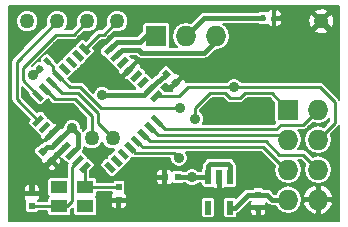
<source format=gtl>
%FSLAX46Y46*%
G04 Gerber Fmt 4.6, Leading zero omitted, Abs format (unit mm)*
G04 Created by KiCad (PCBNEW (2014-10-27 BZR 5228)-product) date 4/10/2015 6:23:41 PM*
%MOMM*%
G01*
G04 APERTURE LIST*
%ADD10C,0.100000*%
%ADD11C,1.270000*%
%ADD12R,1.727200X1.727200*%
%ADD13O,1.727200X1.727200*%
%ADD14R,1.400000X1.100000*%
%ADD15R,0.500000X0.600000*%
%ADD16R,0.600000X0.500000*%
%ADD17R,0.400000X0.600000*%
%ADD18R,0.548640X1.198880*%
%ADD19C,0.889000*%
%ADD20C,0.254000*%
%ADD21C,0.406400*%
%ADD22C,0.127000*%
G04 APERTURE END LIST*
D10*
D11*
X1778000Y-1524000D03*
D12*
X12700000Y-2794000D03*
D13*
X15240000Y-2794000D03*
X17780000Y-2794000D03*
D12*
X23876000Y-9017000D03*
D13*
X26416000Y-9017000D03*
X23876000Y-11557000D03*
X26416000Y-11557000D03*
X23876000Y-14097000D03*
X26416000Y-14097000D03*
X23876000Y-16637000D03*
X26416000Y-16637000D03*
D11*
X4318000Y-1524000D03*
X6858000Y-1524000D03*
X9398000Y-1524000D03*
X26670000Y-1524000D03*
X9017000Y-11430000D03*
X7239000Y-11430000D03*
D14*
X4488000Y-15583000D03*
X4488000Y-17183000D03*
X6688000Y-17183000D03*
X6688000Y-15583000D03*
D10*
G36*
X6463721Y-14417348D02*
X6145820Y-14099447D01*
X6852927Y-13392340D01*
X7170828Y-13710241D01*
X6463721Y-14417348D01*
X6463721Y-14417348D01*
G37*
G36*
X5897965Y-13851592D02*
X5580064Y-13533691D01*
X6287171Y-12826584D01*
X6605072Y-13144485D01*
X5897965Y-13851592D01*
X5897965Y-13851592D01*
G37*
G36*
X5332209Y-13285835D02*
X5014308Y-12967934D01*
X5721415Y-12260827D01*
X6039316Y-12578728D01*
X5332209Y-13285835D01*
X5332209Y-13285835D01*
G37*
G36*
X4766453Y-12720079D02*
X4448552Y-12402178D01*
X5155659Y-11695071D01*
X5473560Y-12012972D01*
X4766453Y-12720079D01*
X4766453Y-12720079D01*
G37*
G36*
X4200697Y-12154323D02*
X3882796Y-11836422D01*
X4589903Y-11129315D01*
X4907804Y-11447216D01*
X4200697Y-12154323D01*
X4200697Y-12154323D01*
G37*
G36*
X3634941Y-11588567D02*
X3317040Y-11270666D01*
X4024147Y-10563559D01*
X4342048Y-10881460D01*
X3634941Y-11588567D01*
X3634941Y-11588567D01*
G37*
G36*
X3069184Y-11022811D02*
X2751283Y-10704910D01*
X3458390Y-9997803D01*
X3776291Y-10315704D01*
X3069184Y-11022811D01*
X3069184Y-11022811D01*
G37*
G36*
X2503428Y-10457055D02*
X2185527Y-10139154D01*
X2892634Y-9432047D01*
X3210535Y-9749948D01*
X2503428Y-10457055D01*
X2503428Y-10457055D01*
G37*
G36*
X8563843Y-4403825D02*
X8245942Y-4085924D01*
X8953049Y-3378817D01*
X9270950Y-3696718D01*
X8563843Y-4403825D01*
X8563843Y-4403825D01*
G37*
G36*
X12533116Y-8373098D02*
X12215215Y-8055197D01*
X12922322Y-7348090D01*
X13240223Y-7665991D01*
X12533116Y-8373098D01*
X12533116Y-8373098D01*
G37*
G36*
X11958379Y-7798362D02*
X11640478Y-7480461D01*
X12347585Y-6773354D01*
X12665486Y-7091255D01*
X11958379Y-7798362D01*
X11958379Y-7798362D01*
G37*
G36*
X11383643Y-7223625D02*
X11065742Y-6905724D01*
X11772849Y-6198617D01*
X12090750Y-6516518D01*
X11383643Y-7223625D01*
X11383643Y-7223625D01*
G37*
G36*
X10826867Y-6666849D02*
X10508966Y-6348948D01*
X11216073Y-5641841D01*
X11533974Y-5959742D01*
X10826867Y-6666849D01*
X10826867Y-6666849D01*
G37*
G36*
X10252131Y-6092113D02*
X9934230Y-5774212D01*
X10641337Y-5067105D01*
X10959238Y-5385006D01*
X10252131Y-6092113D01*
X10252131Y-6092113D01*
G37*
G36*
X9695355Y-5535337D02*
X9377454Y-5217436D01*
X10084561Y-4510329D01*
X10402462Y-4828230D01*
X9695355Y-5535337D01*
X9695355Y-5535337D01*
G37*
G36*
X9120618Y-4960601D02*
X8802717Y-4642700D01*
X9509824Y-3935593D01*
X9827725Y-4253494D01*
X9120618Y-4960601D01*
X9120618Y-4960601D01*
G37*
G36*
X2885450Y-8340769D02*
X2178343Y-7633662D01*
X2496244Y-7315761D01*
X3203351Y-8022868D01*
X2885450Y-8340769D01*
X2885450Y-8340769D01*
G37*
G36*
X3449410Y-7776809D02*
X2742303Y-7069702D01*
X3060204Y-6751801D01*
X3767311Y-7458908D01*
X3449410Y-7776809D01*
X3449410Y-7776809D01*
G37*
G36*
X4016962Y-7209257D02*
X3309855Y-6502150D01*
X3627756Y-6184249D01*
X4334863Y-6891356D01*
X4016962Y-7209257D01*
X4016962Y-7209257D01*
G37*
G36*
X4580922Y-6645297D02*
X3873815Y-5938190D01*
X4191716Y-5620289D01*
X4898823Y-6327396D01*
X4580922Y-6645297D01*
X4580922Y-6645297D01*
G37*
G36*
X5148475Y-6077744D02*
X4441368Y-5370637D01*
X4759269Y-5052736D01*
X5466376Y-5759843D01*
X5148475Y-6077744D01*
X5148475Y-6077744D01*
G37*
G36*
X5712435Y-5513784D02*
X5005328Y-4806677D01*
X5323229Y-4488776D01*
X6030336Y-5195883D01*
X5712435Y-5513784D01*
X5712435Y-5513784D01*
G37*
G36*
X6279987Y-4946232D02*
X5572880Y-4239125D01*
X5890781Y-3921224D01*
X6597888Y-4628331D01*
X6279987Y-4946232D01*
X6279987Y-4946232D01*
G37*
G36*
X6843947Y-4382272D02*
X6136840Y-3675165D01*
X6454741Y-3357264D01*
X7161848Y-4064371D01*
X6843947Y-4382272D01*
X6843947Y-4382272D01*
G37*
G36*
X8971009Y-14419144D02*
X8263902Y-13712037D01*
X8581803Y-13394136D01*
X9288910Y-14101243D01*
X8971009Y-14419144D01*
X8971009Y-14419144D01*
G37*
G36*
X9527785Y-13862368D02*
X8820678Y-13155261D01*
X9138579Y-12837360D01*
X9845686Y-13544467D01*
X9527785Y-13862368D01*
X9527785Y-13862368D01*
G37*
G36*
X10102521Y-13287631D02*
X9395414Y-12580524D01*
X9713315Y-12262623D01*
X10420422Y-12969730D01*
X10102521Y-13287631D01*
X10102521Y-13287631D01*
G37*
G36*
X10659297Y-12730856D02*
X9952190Y-12023749D01*
X10270091Y-11705848D01*
X10977198Y-12412955D01*
X10659297Y-12730856D01*
X10659297Y-12730856D01*
G37*
G36*
X11216073Y-12174080D02*
X10508966Y-11466973D01*
X10826867Y-11149072D01*
X11533974Y-11856179D01*
X11216073Y-12174080D01*
X11216073Y-12174080D01*
G37*
G36*
X11790809Y-11599343D02*
X11083702Y-10892236D01*
X11401603Y-10574335D01*
X12108710Y-11281442D01*
X11790809Y-11599343D01*
X11790809Y-11599343D01*
G37*
G36*
X12365546Y-11024607D02*
X11658439Y-10317500D01*
X11976340Y-9999599D01*
X12683447Y-10706706D01*
X12365546Y-11024607D01*
X12365546Y-11024607D01*
G37*
G36*
X12940282Y-10449871D02*
X12233175Y-9742764D01*
X12551076Y-9424863D01*
X13258183Y-10131970D01*
X12940282Y-10449871D01*
X12940282Y-10449871D01*
G37*
D15*
X2159000Y-16087000D03*
X2159000Y-17187000D03*
X9525000Y-16679000D03*
X9525000Y-15579000D03*
D10*
G36*
X13192182Y-5925736D02*
X13545736Y-5572182D01*
X13970000Y-5996446D01*
X13616446Y-6350000D01*
X13192182Y-5925736D01*
X13192182Y-5925736D01*
G37*
G36*
X13970000Y-6703554D02*
X14323554Y-6350000D01*
X14747818Y-6774264D01*
X14394264Y-7127818D01*
X13970000Y-6703554D01*
X13970000Y-6703554D01*
G37*
D16*
X13420000Y-14732000D03*
X14520000Y-14732000D03*
D10*
G36*
X2651182Y-12529736D02*
X3004736Y-12176182D01*
X3429000Y-12600446D01*
X3075446Y-12954000D01*
X2651182Y-12529736D01*
X2651182Y-12529736D01*
G37*
G36*
X3429000Y-13307554D02*
X3782554Y-12954000D01*
X4206818Y-13378264D01*
X3853264Y-13731818D01*
X3429000Y-13307554D01*
X3429000Y-13307554D01*
G37*
D15*
X21336000Y-17314000D03*
X21336000Y-16214000D03*
D10*
G36*
X3422487Y-4535249D02*
X3846751Y-4959513D01*
X3563909Y-5242355D01*
X3139645Y-4818091D01*
X3422487Y-4535249D01*
X3422487Y-4535249D01*
G37*
G36*
X2786091Y-5171645D02*
X3210355Y-5595909D01*
X2927513Y-5878751D01*
X2503249Y-5454487D01*
X2786091Y-5171645D01*
X2786091Y-5171645D01*
G37*
D17*
X21775000Y-1270000D03*
X22675000Y-1270000D03*
D18*
X18983960Y-14704060D03*
X18034000Y-14704060D03*
X17084040Y-14704060D03*
X17084040Y-17299940D03*
X18983960Y-17299940D03*
D19*
X14732000Y-8890000D03*
X19304000Y-7112000D03*
X8128000Y-7747000D03*
X15748000Y-14732000D03*
X5588000Y-10541000D03*
X2286000Y-6096000D03*
X11684000Y-14732000D03*
X21590000Y-9017000D03*
X18034000Y-16129000D03*
X5461000Y-9144000D03*
X2159000Y-14605000D03*
X8509000Y-6350000D03*
X14605000Y-13081000D03*
X16002000Y-9779000D03*
D20*
X4318000Y-1524000D02*
X888998Y-4953002D01*
X888998Y-8135518D02*
X888998Y-5250578D01*
X888998Y-8135518D02*
X2698031Y-9944551D01*
X888998Y-4953002D02*
X888998Y-5250578D01*
X3683000Y-3175000D02*
X4191000Y-2667000D01*
X5715000Y-2667000D02*
X6858000Y-1524000D01*
X4191000Y-2667000D02*
X5715000Y-2667000D01*
X1397000Y-6534418D02*
X1397000Y-5461000D01*
X1397000Y-5461000D02*
X3683000Y-3175000D01*
X3683000Y-3175000D02*
X3556000Y-3302000D01*
X2690847Y-7828265D02*
X1397000Y-6534418D01*
X4386319Y-6132793D02*
X3937000Y-5683474D01*
X3937000Y-5332604D02*
X3493198Y-4888802D01*
X3937000Y-5683474D02*
X3937000Y-5332604D01*
X14732000Y-8890000D02*
X8040848Y-8890000D01*
X8040848Y-8890000D02*
X6262844Y-7111996D01*
X6262844Y-7111996D02*
X5365522Y-7111996D01*
X5365522Y-7111996D02*
X4386319Y-6132793D01*
X12170943Y-10512103D02*
X12834836Y-11175996D01*
X12834836Y-11175996D02*
X23494996Y-11175996D01*
X23494996Y-11175996D02*
X23876000Y-11557000D01*
X12745679Y-9937367D02*
X13476306Y-10667994D01*
X25146000Y-10287000D02*
X26416000Y-9017000D01*
X23241000Y-10287000D02*
X25146000Y-10287000D01*
X22860006Y-10667994D02*
X23241000Y-10287000D01*
X13476306Y-10667994D02*
X22860006Y-10667994D01*
X14618406Y-7860594D02*
X15367000Y-7112000D01*
X15367000Y-7112000D02*
X19304000Y-7112000D01*
X12727719Y-7860594D02*
X14618406Y-7860594D01*
X26543000Y-7112000D02*
X27813000Y-8382000D01*
X27813000Y-8382000D02*
X27813000Y-10160000D01*
X27813000Y-10160000D02*
X26416000Y-11557000D01*
X19304000Y-7112000D02*
X26543000Y-7112000D01*
X11021470Y-11661576D02*
X11551894Y-12192000D01*
X21760576Y-12192000D02*
X23665576Y-14097000D01*
X11551894Y-12192000D02*
X21760576Y-12192000D01*
X23665576Y-14097000D02*
X23876000Y-14097000D01*
D21*
X16764000Y-1270000D02*
X21775000Y-1270000D01*
X15240000Y-2794000D02*
X16764000Y-1270000D01*
X12152982Y-7285858D02*
X11691840Y-7747000D01*
X11691840Y-7747000D02*
X8128000Y-7747000D01*
X15748000Y-14732000D02*
X15847060Y-14831060D01*
X15775940Y-14704060D02*
X15748000Y-14732000D01*
X17084040Y-14704060D02*
X15775940Y-14704060D01*
X17084040Y-13776960D02*
X17272000Y-13589000D01*
X17272000Y-13589000D02*
X18796000Y-13589000D01*
X18796000Y-13589000D02*
X18983960Y-13776960D01*
X18983960Y-13776960D02*
X18983960Y-14704060D01*
X17084040Y-14704060D02*
X17084040Y-13776960D01*
X5496119Y-10541000D02*
X4395300Y-11641819D01*
X5588000Y-10541000D02*
X5496119Y-10541000D01*
X14520000Y-14732000D02*
X15748000Y-14732000D01*
X3845119Y-12192000D02*
X3413182Y-12192000D01*
X3413182Y-12192000D02*
X3040091Y-12565091D01*
X4395300Y-11641819D02*
X3845119Y-12192000D01*
X12938182Y-6604000D02*
X12834840Y-6604000D01*
X12834840Y-6604000D02*
X12152982Y-7285858D01*
X13581091Y-5961091D02*
X12938182Y-6604000D01*
X6096000Y-12204143D02*
X6096000Y-11049000D01*
X6096000Y-11049000D02*
X5588000Y-10541000D01*
X5526812Y-12773331D02*
X6096000Y-12204143D01*
X2856802Y-5525198D02*
X2286000Y-6096000D01*
X11684000Y-14732000D02*
X11684000Y-15621000D01*
X13420000Y-14732000D02*
X11684000Y-14732000D01*
X10626000Y-16679000D02*
X9525000Y-16679000D01*
X11684000Y-15621000D02*
X10626000Y-16679000D01*
X18034000Y-14704060D02*
X18034000Y-16129000D01*
X3825722Y-13342909D02*
X3817909Y-13342909D01*
X4961056Y-12207575D02*
X3825722Y-13342909D01*
X4572000Y-10333607D02*
X4572000Y-10033000D01*
X4572000Y-10033000D02*
X5461000Y-9144000D01*
X3829544Y-11076063D02*
X4572000Y-10333607D01*
X2555818Y-14605000D02*
X2159000Y-14605000D01*
X2159000Y-14605000D02*
X2159000Y-16087000D01*
X3817909Y-13342909D02*
X2555818Y-14605000D01*
X9676343Y-6350000D02*
X8509000Y-6350000D01*
X10446734Y-5579609D02*
X9676343Y-6350000D01*
D20*
X4745604Y-7619998D02*
X6052422Y-7619998D01*
X6052422Y-7619998D02*
X7747002Y-9314578D01*
X7747002Y-9314578D02*
X7747002Y-10160002D01*
X7747002Y-10160002D02*
X9017000Y-11430000D01*
X3822359Y-6696753D02*
X4745604Y-7619998D01*
X4118502Y-8128000D02*
X5842000Y-8128000D01*
X5842000Y-8128000D02*
X7239000Y-9525000D01*
X7239000Y-9525000D02*
X7239000Y-11430000D01*
X3254807Y-7264305D02*
X4118502Y-8128000D01*
D21*
X18983960Y-17299940D02*
X19403060Y-17299940D01*
X20489000Y-16214000D02*
X21336000Y-16214000D01*
X19403060Y-17299940D02*
X20489000Y-16214000D01*
X21336000Y-16214000D02*
X22056000Y-16214000D01*
X22479000Y-16637000D02*
X23876000Y-16637000D01*
X22056000Y-16214000D02*
X22479000Y-16637000D01*
X17780000Y-3175000D02*
X17780000Y-2794000D01*
X9800916Y-3962402D02*
X11201402Y-3962402D01*
X11201402Y-3962402D02*
X11430000Y-4191000D01*
X11430000Y-4191000D02*
X16764000Y-4191000D01*
X16764000Y-4191000D02*
X17780000Y-3175000D01*
X9315221Y-4448097D02*
X9800916Y-3962402D01*
X9347767Y-3302000D02*
X11303000Y-3302000D01*
X11303000Y-3302000D02*
X11811000Y-2794000D01*
X11811000Y-2794000D02*
X12700000Y-2794000D01*
X8758446Y-3891321D02*
X9347767Y-3302000D01*
D20*
X6649344Y-3869768D02*
X7852112Y-2667000D01*
X8255000Y-2667000D02*
X9398000Y-1524000D01*
X7852112Y-2667000D02*
X8255000Y-2667000D01*
X11596206Y-11086839D02*
X12193365Y-11683998D01*
X25146000Y-12827000D02*
X26416000Y-14097000D01*
X23114000Y-12827000D02*
X25146000Y-12827000D01*
X21970998Y-11683998D02*
X23114000Y-12827000D01*
X12193365Y-11683998D02*
X21970998Y-11683998D01*
X5588000Y-13843656D02*
X6092568Y-13339088D01*
X5588000Y-16764000D02*
X5588000Y-13843656D01*
X5169000Y-17183000D02*
X5588000Y-16764000D01*
X4488000Y-17183000D02*
X5169000Y-17183000D01*
X2163000Y-17183000D02*
X2159000Y-17187000D01*
X4488000Y-17183000D02*
X2163000Y-17183000D01*
X6658324Y-15553324D02*
X6658324Y-13904844D01*
X6688000Y-15583000D02*
X6658324Y-15553324D01*
X9521000Y-15583000D02*
X9525000Y-15579000D01*
X6688000Y-15583000D02*
X9521000Y-15583000D01*
X18542000Y-7620002D02*
X17271998Y-7620002D01*
X22479002Y-7620002D02*
X20192998Y-7620002D01*
X20192998Y-7620002D02*
X19812000Y-8001000D01*
X19812000Y-8001000D02*
X18922998Y-8001000D01*
X18922998Y-8001000D02*
X18542000Y-7620002D01*
X23876000Y-9017000D02*
X22479002Y-7620002D01*
X10946344Y-12700002D02*
X10464694Y-12218352D01*
X14224002Y-12700002D02*
X10946344Y-12700002D01*
X14605000Y-13081000D02*
X14224002Y-12700002D01*
X16002000Y-8890000D02*
X16002000Y-9779000D01*
X17271998Y-7620002D02*
X16002000Y-8890000D01*
D22*
G36*
X22791084Y-10108297D02*
X22675887Y-10223494D01*
X16635301Y-10223494D01*
X16647615Y-10211202D01*
X16763867Y-9931236D01*
X16764132Y-9628094D01*
X16648368Y-9347926D01*
X16446500Y-9145704D01*
X16446500Y-9074118D01*
X17456116Y-8064502D01*
X18357882Y-8064502D01*
X18608689Y-8315309D01*
X18752895Y-8411664D01*
X18752896Y-8411665D01*
X18922998Y-8445500D01*
X19812000Y-8445500D01*
X19982102Y-8411664D01*
X19982103Y-8411664D01*
X20126309Y-8315309D01*
X20377116Y-8064502D01*
X22294884Y-8064502D01*
X22694900Y-8464518D01*
X22694900Y-9943755D01*
X22743237Y-10060450D01*
X22791084Y-10108297D01*
X22791084Y-10108297D01*
G37*
X22791084Y-10108297D02*
X22675887Y-10223494D01*
X16635301Y-10223494D01*
X16647615Y-10211202D01*
X16763867Y-9931236D01*
X16764132Y-9628094D01*
X16648368Y-9347926D01*
X16446500Y-9145704D01*
X16446500Y-9074118D01*
X17456116Y-8064502D01*
X18357882Y-8064502D01*
X18608689Y-8315309D01*
X18752895Y-8411664D01*
X18752896Y-8411665D01*
X18922998Y-8445500D01*
X19812000Y-8445500D01*
X19982102Y-8411664D01*
X19982103Y-8411664D01*
X20126309Y-8315309D01*
X20377116Y-8064502D01*
X22294884Y-8064502D01*
X22694900Y-8464518D01*
X22694900Y-9943755D01*
X22743237Y-10060450D01*
X22791084Y-10108297D01*
G36*
X28207500Y-18428500D02*
X27678764Y-18428500D01*
X27678764Y-16978444D01*
X27678764Y-16295556D01*
X27451977Y-15838308D01*
X27067472Y-15502654D01*
X26757442Y-15374248D01*
X26555700Y-15448205D01*
X26555700Y-16497300D01*
X27605506Y-16497300D01*
X27678764Y-16295556D01*
X27678764Y-16978444D01*
X27605506Y-16776700D01*
X26555700Y-16776700D01*
X26555700Y-17825795D01*
X26757442Y-17899752D01*
X27067472Y-17771346D01*
X27451977Y-17435692D01*
X27678764Y-16978444D01*
X27678764Y-18428500D01*
X26276300Y-18428500D01*
X26276300Y-17825795D01*
X26276300Y-16776700D01*
X26276300Y-16497300D01*
X26276300Y-15448205D01*
X26074558Y-15374248D01*
X25764528Y-15502654D01*
X25380023Y-15838308D01*
X25153236Y-16295556D01*
X25226494Y-16497300D01*
X26276300Y-16497300D01*
X26276300Y-16776700D01*
X25226494Y-16776700D01*
X25153236Y-16978444D01*
X25380023Y-17435692D01*
X25764528Y-17771346D01*
X26074558Y-17899752D01*
X26276300Y-17825795D01*
X26276300Y-18428500D01*
X25057100Y-18428500D01*
X25057100Y-16660139D01*
X25057100Y-16613861D01*
X24967194Y-16161874D01*
X24711164Y-15778697D01*
X24327987Y-15522667D01*
X23876000Y-15432761D01*
X23424013Y-15522667D01*
X23040836Y-15778697D01*
X22815257Y-16116300D01*
X22694681Y-16116300D01*
X22424191Y-15845809D01*
X22255263Y-15732936D01*
X22056000Y-15693299D01*
X22055994Y-15693300D01*
X21814313Y-15693300D01*
X21765849Y-15644836D01*
X21649154Y-15596500D01*
X21522845Y-15596500D01*
X21022845Y-15596500D01*
X20906150Y-15644837D01*
X20857687Y-15693300D01*
X20489005Y-15693300D01*
X20489000Y-15693299D01*
X20289737Y-15732936D01*
X20120809Y-15845809D01*
X20120806Y-15845812D01*
X19575780Y-16390837D01*
X19575780Y-15366654D01*
X19575780Y-15240345D01*
X19575780Y-14041465D01*
X19527443Y-13924770D01*
X19504660Y-13901987D01*
X19504660Y-13776965D01*
X19504660Y-13776960D01*
X19504661Y-13776960D01*
X19465024Y-13577697D01*
X19352151Y-13408770D01*
X19352151Y-13408769D01*
X19352147Y-13408766D01*
X19164191Y-13220809D01*
X18995263Y-13107936D01*
X18796000Y-13068299D01*
X18795994Y-13068300D01*
X17272005Y-13068300D01*
X17272000Y-13068299D01*
X17072737Y-13107936D01*
X16903809Y-13220809D01*
X16903806Y-13220812D01*
X16715849Y-13408769D01*
X16602976Y-13577697D01*
X16563339Y-13776960D01*
X16563340Y-13776965D01*
X16563340Y-13901987D01*
X16540556Y-13924771D01*
X16492220Y-14041466D01*
X16492220Y-14167775D01*
X16492220Y-14183360D01*
X16277007Y-14183360D01*
X16180202Y-14086385D01*
X15900236Y-13970133D01*
X15597094Y-13969868D01*
X15316926Y-14085632D01*
X15191037Y-14211300D01*
X14996140Y-14211300D01*
X14883154Y-14164500D01*
X14756845Y-14164500D01*
X14156845Y-14164500D01*
X14067942Y-14201324D01*
X13971789Y-14105171D01*
X13808416Y-14037500D01*
X13670825Y-14037500D01*
X13559700Y-14148625D01*
X13559700Y-14607000D01*
X13579700Y-14607000D01*
X13579700Y-14857000D01*
X13559700Y-14857000D01*
X13559700Y-15315375D01*
X13670825Y-15426500D01*
X13808416Y-15426500D01*
X13971789Y-15358829D01*
X14067942Y-15262675D01*
X14156846Y-15299500D01*
X14283155Y-15299500D01*
X14883155Y-15299500D01*
X14996139Y-15252700D01*
X15191101Y-15252700D01*
X15315798Y-15377615D01*
X15595764Y-15493867D01*
X15898906Y-15494132D01*
X16179074Y-15378368D01*
X16332950Y-15224760D01*
X16492220Y-15224760D01*
X16492220Y-15366655D01*
X16540557Y-15483350D01*
X16629871Y-15572664D01*
X16746566Y-15621000D01*
X16872875Y-15621000D01*
X17421515Y-15621000D01*
X17440640Y-15613078D01*
X17507891Y-15680329D01*
X17671264Y-15748000D01*
X17785715Y-15748000D01*
X17896840Y-15636875D01*
X17896840Y-14843760D01*
X17874300Y-14843760D01*
X17874300Y-14564360D01*
X17896840Y-14564360D01*
X17896840Y-14544360D01*
X18171160Y-14544360D01*
X18171160Y-14564360D01*
X18193700Y-14564360D01*
X18193700Y-14843760D01*
X18171160Y-14843760D01*
X18171160Y-15636875D01*
X18282285Y-15748000D01*
X18396736Y-15748000D01*
X18560109Y-15680329D01*
X18627360Y-15613077D01*
X18646486Y-15621000D01*
X18772795Y-15621000D01*
X19321435Y-15621000D01*
X19438130Y-15572663D01*
X19527444Y-15483349D01*
X19575780Y-15366654D01*
X19575780Y-16390837D01*
X19486705Y-16479912D01*
X19438129Y-16431336D01*
X19321434Y-16383000D01*
X19195125Y-16383000D01*
X18646485Y-16383000D01*
X18529790Y-16431337D01*
X18440476Y-16520651D01*
X18392140Y-16637346D01*
X18392140Y-16763655D01*
X18392140Y-17962535D01*
X18440477Y-18079230D01*
X18529791Y-18168544D01*
X18646486Y-18216880D01*
X18772795Y-18216880D01*
X19321435Y-18216880D01*
X19438130Y-18168543D01*
X19527444Y-18079229D01*
X19575780Y-17962534D01*
X19575780Y-17836225D01*
X19575780Y-17786283D01*
X19602323Y-17781004D01*
X19771251Y-17668131D01*
X20704681Y-16734700D01*
X20736682Y-16734700D01*
X20709171Y-16762211D01*
X20641500Y-16925584D01*
X20641500Y-17063175D01*
X20752625Y-17174300D01*
X21211000Y-17174300D01*
X21211000Y-17154300D01*
X21461000Y-17154300D01*
X21461000Y-17174300D01*
X21919375Y-17174300D01*
X22030500Y-17063175D01*
X22030500Y-16925584D01*
X22030003Y-16924384D01*
X22110806Y-17005187D01*
X22110809Y-17005191D01*
X22212073Y-17072853D01*
X22279736Y-17118064D01*
X22279737Y-17118064D01*
X22479000Y-17157700D01*
X22815257Y-17157700D01*
X23040836Y-17495303D01*
X23424013Y-17751333D01*
X23876000Y-17841239D01*
X24327987Y-17751333D01*
X24711164Y-17495303D01*
X24967194Y-17112126D01*
X25057100Y-16660139D01*
X25057100Y-18428500D01*
X22030500Y-18428500D01*
X22030500Y-17702416D01*
X22030500Y-17564825D01*
X21919375Y-17453700D01*
X21461000Y-17453700D01*
X21461000Y-17947375D01*
X21572125Y-18058500D01*
X21674417Y-18058500D01*
X21837789Y-17990829D01*
X21962829Y-17865789D01*
X22030500Y-17702416D01*
X22030500Y-18428500D01*
X21211000Y-18428500D01*
X21211000Y-17947375D01*
X21211000Y-17453700D01*
X20752625Y-17453700D01*
X20641500Y-17564825D01*
X20641500Y-17702416D01*
X20709171Y-17865789D01*
X20834211Y-17990829D01*
X20997583Y-18058500D01*
X21099875Y-18058500D01*
X21211000Y-17947375D01*
X21211000Y-18428500D01*
X17675860Y-18428500D01*
X17675860Y-17962534D01*
X17675860Y-17836225D01*
X17675860Y-16637345D01*
X17627523Y-16520650D01*
X17538209Y-16431336D01*
X17421514Y-16383000D01*
X17295205Y-16383000D01*
X16746565Y-16383000D01*
X16629870Y-16431337D01*
X16540556Y-16520651D01*
X16492220Y-16637346D01*
X16492220Y-16763655D01*
X16492220Y-17962535D01*
X16540557Y-18079230D01*
X16629871Y-18168544D01*
X16746566Y-18216880D01*
X16872875Y-18216880D01*
X17421515Y-18216880D01*
X17538210Y-18168543D01*
X17627524Y-18079229D01*
X17675860Y-17962534D01*
X17675860Y-18428500D01*
X13280300Y-18428500D01*
X13280300Y-15315375D01*
X13280300Y-14857000D01*
X13280300Y-14607000D01*
X13280300Y-14148625D01*
X13169175Y-14037500D01*
X13031584Y-14037500D01*
X12868211Y-14105171D01*
X12743171Y-14230211D01*
X12675500Y-14393583D01*
X12675500Y-14495875D01*
X12786625Y-14607000D01*
X13280300Y-14607000D01*
X13280300Y-14857000D01*
X12786625Y-14857000D01*
X12675500Y-14968125D01*
X12675500Y-15070417D01*
X12743171Y-15233789D01*
X12868211Y-15358829D01*
X13031584Y-15426500D01*
X13169175Y-15426500D01*
X13280300Y-15315375D01*
X13280300Y-18428500D01*
X10219500Y-18428500D01*
X10219500Y-17067416D01*
X10219500Y-16929825D01*
X10108375Y-16818700D01*
X9650000Y-16818700D01*
X9650000Y-17312375D01*
X9761125Y-17423500D01*
X9863417Y-17423500D01*
X10026789Y-17355829D01*
X10151829Y-17230789D01*
X10219500Y-17067416D01*
X10219500Y-18428500D01*
X9400000Y-18428500D01*
X9400000Y-17312375D01*
X9400000Y-16818700D01*
X8941625Y-16818700D01*
X8830500Y-16929825D01*
X8830500Y-17067416D01*
X8898171Y-17230789D01*
X9023211Y-17355829D01*
X9186583Y-17423500D01*
X9288875Y-17423500D01*
X9400000Y-17312375D01*
X9400000Y-18428500D01*
X240500Y-18428500D01*
X240500Y-240500D01*
X13462000Y-240500D01*
X28207500Y-240500D01*
X28207500Y-8187705D01*
X28127309Y-8067691D01*
X27764194Y-7704576D01*
X27764194Y-1643023D01*
X27726451Y-1215233D01*
X27635356Y-995307D01*
X27461474Y-930092D01*
X27263908Y-1127658D01*
X27263908Y-732526D01*
X27198693Y-558644D01*
X26789023Y-429806D01*
X26361233Y-467549D01*
X26141307Y-558644D01*
X26076092Y-732526D01*
X26670000Y-1326434D01*
X27263908Y-732526D01*
X27263908Y-1127658D01*
X26867566Y-1524000D01*
X27461474Y-2117908D01*
X27635356Y-2052693D01*
X27764194Y-1643023D01*
X27764194Y-7704576D01*
X27263908Y-7204290D01*
X27263908Y-2315474D01*
X26670000Y-1721566D01*
X26472434Y-1919132D01*
X26472434Y-1524000D01*
X25878526Y-930092D01*
X25704644Y-995307D01*
X25575806Y-1404977D01*
X25613549Y-1832767D01*
X25704644Y-2052693D01*
X25878526Y-2117908D01*
X26472434Y-1524000D01*
X26472434Y-1919132D01*
X26076092Y-2315474D01*
X26141307Y-2489356D01*
X26550977Y-2618194D01*
X26978767Y-2580451D01*
X27198693Y-2489356D01*
X27263908Y-2315474D01*
X27263908Y-7204290D01*
X26857309Y-6797691D01*
X26713103Y-6701336D01*
X26543000Y-6667500D01*
X23319500Y-6667500D01*
X23319500Y-1658417D01*
X23319500Y-1520825D01*
X23319500Y-1019175D01*
X23319500Y-881583D01*
X23251829Y-718211D01*
X23126789Y-593171D01*
X22963416Y-525500D01*
X22886125Y-525500D01*
X22775000Y-636625D01*
X22775000Y-1130300D01*
X23208375Y-1130300D01*
X23319500Y-1019175D01*
X23319500Y-1520825D01*
X23208375Y-1409700D01*
X22775000Y-1409700D01*
X22775000Y-1903375D01*
X22886125Y-2014500D01*
X22963416Y-2014500D01*
X23126789Y-1946829D01*
X23251829Y-1821789D01*
X23319500Y-1658417D01*
X23319500Y-6667500D01*
X22575000Y-6667500D01*
X22575000Y-1903375D01*
X22575000Y-1409700D01*
X22515300Y-1409700D01*
X22515300Y-1130300D01*
X22575000Y-1130300D01*
X22575000Y-636625D01*
X22463875Y-525500D01*
X22386584Y-525500D01*
X22223211Y-593171D01*
X22127057Y-689324D01*
X22038154Y-652500D01*
X21911845Y-652500D01*
X21511845Y-652500D01*
X21395150Y-700837D01*
X21346687Y-749300D01*
X16764000Y-749300D01*
X16564736Y-788936D01*
X16497073Y-834146D01*
X16395809Y-901809D01*
X16395806Y-901812D01*
X15614773Y-1682844D01*
X15263139Y-1612900D01*
X15216861Y-1612900D01*
X14764874Y-1702806D01*
X14381697Y-1958836D01*
X14125667Y-2342013D01*
X14035761Y-2794000D01*
X14125667Y-3245987D01*
X14381697Y-3629164D01*
X14443261Y-3670300D01*
X13881100Y-3670300D01*
X13881100Y-3594445D01*
X13881100Y-1867245D01*
X13832763Y-1750550D01*
X13743449Y-1661236D01*
X13626754Y-1612900D01*
X13500445Y-1612900D01*
X11773245Y-1612900D01*
X11656550Y-1661237D01*
X11567236Y-1750551D01*
X11518900Y-1867246D01*
X11518900Y-1993555D01*
X11518900Y-2374967D01*
X11442809Y-2425809D01*
X11442806Y-2425812D01*
X11087318Y-2781300D01*
X9347772Y-2781300D01*
X9347767Y-2781299D01*
X9148504Y-2820936D01*
X8979576Y-2933809D01*
X8979573Y-2933812D01*
X8825321Y-3088063D01*
X8773199Y-3109654D01*
X8683885Y-3198968D01*
X7976778Y-3906075D01*
X7928442Y-4022770D01*
X7928442Y-4149079D01*
X7976779Y-4265774D01*
X8066093Y-4355088D01*
X8383994Y-4672989D01*
X8489747Y-4716793D01*
X8533554Y-4822550D01*
X8622868Y-4911864D01*
X8940769Y-5229765D01*
X9057464Y-5278101D01*
X9059954Y-5278101D01*
X9059954Y-5280591D01*
X9108291Y-5397286D01*
X9197605Y-5486600D01*
X9489730Y-5778725D01*
X9489730Y-5862628D01*
X9557401Y-6026001D01*
X9620819Y-6089419D01*
X9777974Y-6089419D01*
X10268476Y-5598917D01*
X10235026Y-5565467D01*
X10432592Y-5367901D01*
X10466042Y-5401351D01*
X10956544Y-4910849D01*
X10956544Y-4753694D01*
X10893126Y-4690276D01*
X10729753Y-4622605D01*
X10645850Y-4622605D01*
X10582311Y-4559066D01*
X10506347Y-4483102D01*
X10985720Y-4483102D01*
X11061806Y-4559187D01*
X11061809Y-4559191D01*
X11163073Y-4626853D01*
X11230736Y-4672064D01*
X11230737Y-4672064D01*
X11430000Y-4711700D01*
X16763994Y-4711700D01*
X16764000Y-4711701D01*
X16764000Y-4711700D01*
X16963263Y-4672064D01*
X17132191Y-4559191D01*
X17723014Y-3968367D01*
X17756861Y-3975100D01*
X17803139Y-3975100D01*
X18255126Y-3885194D01*
X18638303Y-3629164D01*
X18894333Y-3245987D01*
X18984239Y-2794000D01*
X18894333Y-2342013D01*
X18638303Y-1958836D01*
X18386669Y-1790700D01*
X21346687Y-1790700D01*
X21395151Y-1839164D01*
X21511846Y-1887500D01*
X21638155Y-1887500D01*
X22038155Y-1887500D01*
X22127057Y-1850675D01*
X22223211Y-1946829D01*
X22386584Y-2014500D01*
X22463875Y-2014500D01*
X22575000Y-1903375D01*
X22575000Y-6667500D01*
X19936965Y-6667500D01*
X19736202Y-6466385D01*
X19456236Y-6350133D01*
X19153094Y-6349868D01*
X18872926Y-6465632D01*
X18670704Y-6667500D01*
X15367000Y-6667500D01*
X15196897Y-6701336D01*
X15192318Y-6704395D01*
X15192318Y-6685848D01*
X15124646Y-6522475D01*
X15027355Y-6425183D01*
X14870200Y-6425183D01*
X14546080Y-6749303D01*
X14560222Y-6763445D01*
X14383445Y-6940222D01*
X14369303Y-6926080D01*
X14045183Y-7250200D01*
X14045183Y-7407355D01*
X14053922Y-7416094D01*
X13439339Y-7416094D01*
X13420072Y-7396827D01*
X13113143Y-7089898D01*
X13137445Y-7085064D01*
X13306373Y-6972191D01*
X13525500Y-6753063D01*
X13525500Y-6791970D01*
X13593172Y-6955343D01*
X13690463Y-7052635D01*
X13847618Y-7052635D01*
X14171738Y-6728515D01*
X14157595Y-6714372D01*
X14334372Y-6537595D01*
X14348515Y-6551738D01*
X14672635Y-6227618D01*
X14672635Y-6070463D01*
X14575343Y-5973172D01*
X14411970Y-5905500D01*
X14275988Y-5905500D01*
X14239163Y-5816597D01*
X14149849Y-5727283D01*
X13725585Y-5303019D01*
X13608889Y-5254682D01*
X13482580Y-5254682D01*
X13365886Y-5303019D01*
X13276572Y-5392333D01*
X12923019Y-5745887D01*
X12874682Y-5862582D01*
X12874682Y-5931118D01*
X12694606Y-6111194D01*
X12694605Y-6111194D01*
X12635577Y-6122936D01*
X12466649Y-6235809D01*
X12466646Y-6235812D01*
X12361634Y-6340824D01*
X12359913Y-6336668D01*
X12270599Y-6247354D01*
X11952698Y-5929453D01*
X11846943Y-5885648D01*
X11803137Y-5779892D01*
X11713823Y-5690578D01*
X11403738Y-5380493D01*
X11403738Y-5296590D01*
X11336067Y-5133217D01*
X11272649Y-5069799D01*
X11272648Y-5069799D01*
X11115494Y-5069799D01*
X10624992Y-5560301D01*
X10658442Y-5593751D01*
X10460876Y-5791317D01*
X10427426Y-5757867D01*
X9936924Y-6248369D01*
X9936924Y-6405523D01*
X9936924Y-6405524D01*
X10000342Y-6468942D01*
X10163715Y-6536613D01*
X10247618Y-6536613D01*
X10329117Y-6618112D01*
X10647018Y-6936013D01*
X10752772Y-6979817D01*
X10796579Y-7085574D01*
X10885893Y-7174888D01*
X10937305Y-7226300D01*
X8684898Y-7226300D01*
X8560202Y-7101385D01*
X8280236Y-6985133D01*
X7977094Y-6984868D01*
X7696926Y-7100632D01*
X7482385Y-7314798D01*
X7368508Y-7589042D01*
X6577153Y-6797687D01*
X6432947Y-6701332D01*
X6262844Y-6667496D01*
X5549640Y-6667496D01*
X5258127Y-6375983D01*
X5328325Y-6346907D01*
X5417639Y-6257593D01*
X5735540Y-5939692D01*
X5781448Y-5828857D01*
X5892285Y-5782947D01*
X5981599Y-5693633D01*
X6299500Y-5375732D01*
X6346460Y-5262357D01*
X6459837Y-5215395D01*
X6549151Y-5126081D01*
X6867052Y-4808180D01*
X6912960Y-4697345D01*
X7023797Y-4651435D01*
X7113111Y-4562121D01*
X7431012Y-4244220D01*
X7479348Y-4127525D01*
X7479348Y-4001216D01*
X7431011Y-3884521D01*
X7347110Y-3800620D01*
X8036230Y-3111500D01*
X8255000Y-3111500D01*
X8425102Y-3077664D01*
X8425103Y-3077664D01*
X8569309Y-2981309D01*
X9113429Y-2437188D01*
X9207705Y-2476335D01*
X9586633Y-2476665D01*
X9936843Y-2331961D01*
X10205020Y-2064253D01*
X10350335Y-1714295D01*
X10350665Y-1335367D01*
X10205961Y-985157D01*
X9938253Y-716980D01*
X9588295Y-571665D01*
X9209367Y-571335D01*
X8859157Y-716039D01*
X8590980Y-983747D01*
X8445665Y-1333705D01*
X8445335Y-1712633D01*
X8484927Y-1808454D01*
X8070882Y-2222500D01*
X7852112Y-2222500D01*
X7682009Y-2256336D01*
X7537803Y-2352691D01*
X6718492Y-3172002D01*
X6634590Y-3088100D01*
X6517895Y-3039764D01*
X6391586Y-3039764D01*
X6274891Y-3088101D01*
X6185577Y-3177415D01*
X5867676Y-3495316D01*
X5821767Y-3606150D01*
X5710931Y-3652061D01*
X5621617Y-3741375D01*
X5303716Y-4059276D01*
X5256755Y-4172650D01*
X5143379Y-4219613D01*
X5054065Y-4308927D01*
X4736164Y-4626828D01*
X4690255Y-4737662D01*
X4579419Y-4783573D01*
X4490105Y-4872887D01*
X4288714Y-5074277D01*
X4251309Y-5018295D01*
X4164252Y-4931238D01*
X4164252Y-4896357D01*
X4115914Y-4779663D01*
X4026600Y-4690349D01*
X3602336Y-4266085D01*
X3485641Y-4217748D01*
X3359332Y-4217748D01*
X3242638Y-4266086D01*
X3153324Y-4355400D01*
X2870481Y-4638242D01*
X2822144Y-4754937D01*
X2822144Y-4854144D01*
X2722936Y-4854144D01*
X2606242Y-4902482D01*
X2516928Y-4991796D01*
X2234085Y-5274638D01*
X2209524Y-5333933D01*
X2152734Y-5333883D01*
X3870309Y-3616309D01*
X3997309Y-3489309D01*
X4375118Y-3111500D01*
X5715000Y-3111500D01*
X5885102Y-3077664D01*
X5885103Y-3077664D01*
X6029309Y-2981309D01*
X6573429Y-2437188D01*
X6667705Y-2476335D01*
X7046633Y-2476665D01*
X7396843Y-2331961D01*
X7665020Y-2064253D01*
X7810335Y-1714295D01*
X7810665Y-1335367D01*
X7665961Y-985157D01*
X7398253Y-716980D01*
X7048295Y-571665D01*
X6669367Y-571335D01*
X6319157Y-716039D01*
X6050980Y-983747D01*
X5905665Y-1333705D01*
X5905335Y-1712633D01*
X5944927Y-1808454D01*
X5530882Y-2222500D01*
X4966495Y-2222500D01*
X5125020Y-2064253D01*
X5270335Y-1714295D01*
X5270665Y-1335367D01*
X5125961Y-985157D01*
X4858253Y-716980D01*
X4508295Y-571665D01*
X4129367Y-571335D01*
X3779157Y-716039D01*
X3510980Y-983747D01*
X3365665Y-1333705D01*
X3365335Y-1712633D01*
X3404927Y-1808454D01*
X2730665Y-2482716D01*
X2730665Y-1335367D01*
X2585961Y-985157D01*
X2318253Y-716980D01*
X1968295Y-571665D01*
X1589367Y-571335D01*
X1239157Y-716039D01*
X970980Y-983747D01*
X825665Y-1333705D01*
X825335Y-1712633D01*
X970039Y-2062843D01*
X1237747Y-2331020D01*
X1587705Y-2476335D01*
X1966633Y-2476665D01*
X2316843Y-2331961D01*
X2585020Y-2064253D01*
X2730335Y-1714295D01*
X2730665Y-1335367D01*
X2730665Y-2482716D01*
X574689Y-4638693D01*
X478334Y-4782899D01*
X444498Y-4953002D01*
X444498Y-5250578D01*
X444498Y-8135518D01*
X478334Y-8305621D01*
X574689Y-8449827D01*
X2000265Y-9875403D01*
X1916363Y-9959305D01*
X1868027Y-10076000D01*
X1868027Y-10202309D01*
X1916364Y-10319004D01*
X2005678Y-10408318D01*
X2323579Y-10726219D01*
X2435683Y-10772653D01*
X2482120Y-10884760D01*
X2571434Y-10974074D01*
X2872540Y-11275180D01*
X2872540Y-11359082D01*
X2940211Y-11522455D01*
X3003629Y-11585873D01*
X3160784Y-11585873D01*
X3651286Y-11095371D01*
X3617836Y-11061921D01*
X3815402Y-10864355D01*
X3848852Y-10897805D01*
X4339354Y-10407303D01*
X4339354Y-10250148D01*
X4275936Y-10186730D01*
X4112563Y-10119059D01*
X4028659Y-10119059D01*
X3956140Y-10046540D01*
X3638239Y-9728639D01*
X3526134Y-9682204D01*
X3479698Y-9570098D01*
X3390384Y-9480784D01*
X3072483Y-9162883D01*
X2955788Y-9114547D01*
X2829479Y-9114547D01*
X2712784Y-9162884D01*
X2628883Y-9246785D01*
X1333498Y-7951400D01*
X1333498Y-7099534D01*
X1860843Y-7626879D01*
X1860843Y-7696817D01*
X1909180Y-7813512D01*
X1998494Y-7902826D01*
X2705601Y-8609933D01*
X2822296Y-8658269D01*
X2948605Y-8658269D01*
X3065300Y-8609932D01*
X3154614Y-8520618D01*
X3472515Y-8202717D01*
X3499486Y-8137602D01*
X3804193Y-8442309D01*
X3948399Y-8538664D01*
X3948400Y-8538664D01*
X4118502Y-8572500D01*
X5657882Y-8572500D01*
X6794500Y-9709118D01*
X6794500Y-10583057D01*
X6700157Y-10622039D01*
X6535049Y-10786857D01*
X6464191Y-10680809D01*
X6464187Y-10680806D01*
X6349977Y-10566596D01*
X6350132Y-10390094D01*
X6234368Y-10109926D01*
X6020202Y-9895385D01*
X5740236Y-9779133D01*
X5437094Y-9778868D01*
X5156926Y-9894632D01*
X4942385Y-10108798D01*
X4826133Y-10388764D01*
X4826057Y-10474679D01*
X4694971Y-10605765D01*
X4655459Y-10566253D01*
X4655458Y-10566253D01*
X4498304Y-10566253D01*
X4007802Y-11056755D01*
X4041252Y-11090205D01*
X3843686Y-11287771D01*
X3810236Y-11254321D01*
X3388309Y-11676247D01*
X3213918Y-11710936D01*
X3146255Y-11756146D01*
X3044991Y-11823809D01*
X3044988Y-11823812D01*
X3010118Y-11858682D01*
X2941580Y-11858682D01*
X2824886Y-11907019D01*
X2735572Y-11996333D01*
X2382019Y-12349887D01*
X2333682Y-12466582D01*
X2333682Y-12592891D01*
X2382019Y-12709585D01*
X2471333Y-12798899D01*
X2895597Y-13223163D01*
X2984500Y-13259987D01*
X2984500Y-13395970D01*
X3052172Y-13559343D01*
X3149463Y-13656635D01*
X3306618Y-13656635D01*
X3630738Y-13332515D01*
X3616595Y-13318372D01*
X3793372Y-13141595D01*
X3807515Y-13155738D01*
X4131635Y-12831618D01*
X4131635Y-12713878D01*
X4135141Y-12717385D01*
X4292296Y-12717385D01*
X4782798Y-12226883D01*
X4749348Y-12193432D01*
X4946914Y-11995867D01*
X4980364Y-12029317D01*
X4994506Y-12015175D01*
X5153456Y-12174125D01*
X5139314Y-12188267D01*
X5172764Y-12221717D01*
X4975198Y-12419283D01*
X4941748Y-12385833D01*
X4451246Y-12876335D01*
X4451246Y-13029183D01*
X4446939Y-13029183D01*
X4329200Y-13029183D01*
X4005080Y-13353303D01*
X4354161Y-13702384D01*
X4511316Y-13702384D01*
X4583647Y-13630053D01*
X4651318Y-13466681D01*
X4651318Y-13289848D01*
X4583646Y-13126475D01*
X4581949Y-13124778D01*
X4678037Y-13164579D01*
X4761940Y-13164579D01*
X4834459Y-13237098D01*
X5152360Y-13554999D01*
X5233965Y-13588800D01*
X5177336Y-13673553D01*
X5143500Y-13843656D01*
X5143500Y-14715500D01*
X5124845Y-14715500D01*
X4177384Y-14715500D01*
X4177384Y-14036316D01*
X4177384Y-13879161D01*
X3828303Y-13530080D01*
X3504183Y-13854200D01*
X3504183Y-14011355D01*
X3601475Y-14108646D01*
X3764848Y-14176318D01*
X3941681Y-14176318D01*
X4105053Y-14108647D01*
X4177384Y-14036316D01*
X4177384Y-14715500D01*
X3724845Y-14715500D01*
X3608150Y-14763837D01*
X3518836Y-14853151D01*
X3470500Y-14969846D01*
X3470500Y-15096155D01*
X3470500Y-16196155D01*
X3518837Y-16312850D01*
X3588987Y-16383000D01*
X3518836Y-16453151D01*
X3470500Y-16569846D01*
X3470500Y-16696155D01*
X3470500Y-16738500D01*
X2691148Y-16738500D01*
X2689675Y-16734942D01*
X2785829Y-16638789D01*
X2853500Y-16475416D01*
X2853500Y-16337825D01*
X2853500Y-15836175D01*
X2853500Y-15698584D01*
X2785829Y-15535211D01*
X2660789Y-15410171D01*
X2497417Y-15342500D01*
X2395125Y-15342500D01*
X2284000Y-15453625D01*
X2284000Y-15947300D01*
X2742375Y-15947300D01*
X2853500Y-15836175D01*
X2853500Y-16337825D01*
X2742375Y-16226700D01*
X2284000Y-16226700D01*
X2284000Y-16246700D01*
X2034000Y-16246700D01*
X2034000Y-16226700D01*
X2034000Y-15947300D01*
X2034000Y-15453625D01*
X1922875Y-15342500D01*
X1820583Y-15342500D01*
X1657211Y-15410171D01*
X1532171Y-15535211D01*
X1464500Y-15698584D01*
X1464500Y-15836175D01*
X1575625Y-15947300D01*
X2034000Y-15947300D01*
X2034000Y-16226700D01*
X1575625Y-16226700D01*
X1464500Y-16337825D01*
X1464500Y-16475416D01*
X1532171Y-16638789D01*
X1628324Y-16734942D01*
X1591500Y-16823846D01*
X1591500Y-16950155D01*
X1591500Y-17550155D01*
X1639837Y-17666850D01*
X1729151Y-17756164D01*
X1845846Y-17804500D01*
X1972155Y-17804500D01*
X2472155Y-17804500D01*
X2588850Y-17756163D01*
X2678164Y-17666849D01*
X2694462Y-17627500D01*
X3470500Y-17627500D01*
X3470500Y-17796155D01*
X3518837Y-17912850D01*
X3608151Y-18002164D01*
X3724846Y-18050500D01*
X3851155Y-18050500D01*
X5251155Y-18050500D01*
X5367850Y-18002163D01*
X5457164Y-17912849D01*
X5505500Y-17796154D01*
X5505500Y-17669845D01*
X5505500Y-17475118D01*
X5670500Y-17310118D01*
X5670500Y-17796155D01*
X5718837Y-17912850D01*
X5808151Y-18002164D01*
X5924846Y-18050500D01*
X6051155Y-18050500D01*
X7451155Y-18050500D01*
X7567850Y-18002163D01*
X7657164Y-17912849D01*
X7705500Y-17796154D01*
X7705500Y-17669845D01*
X7705500Y-16569845D01*
X7657163Y-16453150D01*
X7587013Y-16383000D01*
X7657164Y-16312849D01*
X7705500Y-16196154D01*
X7705500Y-16069845D01*
X7705500Y-16027500D01*
X8992851Y-16027500D01*
X8994324Y-16031057D01*
X8898171Y-16127211D01*
X8830500Y-16290584D01*
X8830500Y-16428175D01*
X8941625Y-16539300D01*
X9400000Y-16539300D01*
X9400000Y-16519300D01*
X9650000Y-16519300D01*
X9650000Y-16539300D01*
X10108375Y-16539300D01*
X10219500Y-16428175D01*
X10219500Y-16290584D01*
X10151829Y-16127211D01*
X10055675Y-16031057D01*
X10092500Y-15942154D01*
X10092500Y-15815845D01*
X10092500Y-15215845D01*
X10044163Y-15099150D01*
X9954849Y-15009836D01*
X9838154Y-14961500D01*
X9711845Y-14961500D01*
X9211845Y-14961500D01*
X9095150Y-15009837D01*
X9005836Y-15099151D01*
X8989537Y-15138500D01*
X7705500Y-15138500D01*
X7705500Y-14969845D01*
X7657163Y-14853150D01*
X7567849Y-14763836D01*
X7451154Y-14715500D01*
X7324845Y-14715500D01*
X7102824Y-14715500D01*
X7102824Y-14227258D01*
X7439992Y-13890090D01*
X7488328Y-13773395D01*
X7488328Y-13647086D01*
X7439991Y-13530391D01*
X7350677Y-13441077D01*
X7032776Y-13123176D01*
X6920671Y-13076741D01*
X6874235Y-12964635D01*
X6784921Y-12875321D01*
X6471297Y-12561697D01*
X6531853Y-12471069D01*
X6577064Y-12403407D01*
X6577064Y-12403406D01*
X6616700Y-12204143D01*
X6616700Y-12154829D01*
X6698747Y-12237020D01*
X7048705Y-12382335D01*
X7427633Y-12382665D01*
X7777843Y-12237961D01*
X8046020Y-11970253D01*
X8128022Y-11772768D01*
X8209039Y-11968843D01*
X8476747Y-12237020D01*
X8826705Y-12382335D01*
X9144313Y-12382611D01*
X9126250Y-12400675D01*
X9077914Y-12517370D01*
X9077914Y-12519860D01*
X9075424Y-12519860D01*
X8958729Y-12568197D01*
X8869415Y-12657511D01*
X8551514Y-12975412D01*
X8507709Y-13081166D01*
X8401953Y-13124973D01*
X8312639Y-13214287D01*
X7994738Y-13532188D01*
X7946402Y-13648883D01*
X7946402Y-13775192D01*
X7994739Y-13891887D01*
X8084053Y-13981201D01*
X8791160Y-14688308D01*
X8907855Y-14736644D01*
X9034164Y-14736644D01*
X9150859Y-14688307D01*
X9240173Y-14598993D01*
X9558074Y-14281092D01*
X9601878Y-14175337D01*
X9707635Y-14131531D01*
X9796949Y-14042217D01*
X10114850Y-13724316D01*
X10163186Y-13607621D01*
X10163186Y-13605131D01*
X10165676Y-13605131D01*
X10282371Y-13556794D01*
X10371685Y-13467480D01*
X10689586Y-13149579D01*
X10720994Y-13073751D01*
X10776241Y-13110666D01*
X10776242Y-13110666D01*
X10946344Y-13144502D01*
X13842944Y-13144502D01*
X13842868Y-13231906D01*
X13958632Y-13512074D01*
X14172798Y-13726615D01*
X14452764Y-13842867D01*
X14755906Y-13843132D01*
X15036074Y-13727368D01*
X15250615Y-13513202D01*
X15366867Y-13233236D01*
X15367132Y-12930094D01*
X15251368Y-12649926D01*
X15237965Y-12636500D01*
X21576458Y-12636500D01*
X22747812Y-13807854D01*
X22694900Y-14073861D01*
X22694900Y-14120139D01*
X22784806Y-14572126D01*
X23040836Y-14955303D01*
X23424013Y-15211333D01*
X23876000Y-15301239D01*
X24327987Y-15211333D01*
X24711164Y-14955303D01*
X24967194Y-14572126D01*
X25057100Y-14120139D01*
X25057100Y-14073861D01*
X24967194Y-13621874D01*
X24733082Y-13271500D01*
X24961882Y-13271500D01*
X25322723Y-13632341D01*
X25234900Y-14073861D01*
X25234900Y-14120139D01*
X25324806Y-14572126D01*
X25580836Y-14955303D01*
X25964013Y-15211333D01*
X26416000Y-15301239D01*
X26867987Y-15211333D01*
X27251164Y-14955303D01*
X27507194Y-14572126D01*
X27597100Y-14120139D01*
X27597100Y-14073861D01*
X27507194Y-13621874D01*
X27251164Y-13238697D01*
X26867987Y-12982667D01*
X26416000Y-12892761D01*
X25964013Y-12982667D01*
X25943794Y-12996176D01*
X25460309Y-12512691D01*
X25316103Y-12416336D01*
X25146000Y-12382500D01*
X24733082Y-12382500D01*
X24967194Y-12032126D01*
X25057100Y-11580139D01*
X25057100Y-11533861D01*
X24967194Y-11081874D01*
X24733082Y-10731500D01*
X25146000Y-10731500D01*
X25316102Y-10697664D01*
X25316103Y-10697664D01*
X25460309Y-10601309D01*
X25943794Y-10117823D01*
X25964013Y-10131333D01*
X26416000Y-10221239D01*
X26867987Y-10131333D01*
X27251164Y-9875303D01*
X27368500Y-9699696D01*
X27368500Y-9975882D01*
X26888205Y-10456176D01*
X26867987Y-10442667D01*
X26416000Y-10352761D01*
X25964013Y-10442667D01*
X25580836Y-10698697D01*
X25324806Y-11081874D01*
X25234900Y-11533861D01*
X25234900Y-11580139D01*
X25324806Y-12032126D01*
X25580836Y-12415303D01*
X25964013Y-12671333D01*
X26416000Y-12761239D01*
X26867987Y-12671333D01*
X27251164Y-12415303D01*
X27507194Y-12032126D01*
X27597100Y-11580139D01*
X27597100Y-11533861D01*
X27509276Y-11092341D01*
X28127309Y-10474309D01*
X28207500Y-10354294D01*
X28207500Y-18428500D01*
X28207500Y-18428500D01*
G37*
X28207500Y-18428500D02*
X27678764Y-18428500D01*
X27678764Y-16978444D01*
X27678764Y-16295556D01*
X27451977Y-15838308D01*
X27067472Y-15502654D01*
X26757442Y-15374248D01*
X26555700Y-15448205D01*
X26555700Y-16497300D01*
X27605506Y-16497300D01*
X27678764Y-16295556D01*
X27678764Y-16978444D01*
X27605506Y-16776700D01*
X26555700Y-16776700D01*
X26555700Y-17825795D01*
X26757442Y-17899752D01*
X27067472Y-17771346D01*
X27451977Y-17435692D01*
X27678764Y-16978444D01*
X27678764Y-18428500D01*
X26276300Y-18428500D01*
X26276300Y-17825795D01*
X26276300Y-16776700D01*
X26276300Y-16497300D01*
X26276300Y-15448205D01*
X26074558Y-15374248D01*
X25764528Y-15502654D01*
X25380023Y-15838308D01*
X25153236Y-16295556D01*
X25226494Y-16497300D01*
X26276300Y-16497300D01*
X26276300Y-16776700D01*
X25226494Y-16776700D01*
X25153236Y-16978444D01*
X25380023Y-17435692D01*
X25764528Y-17771346D01*
X26074558Y-17899752D01*
X26276300Y-17825795D01*
X26276300Y-18428500D01*
X25057100Y-18428500D01*
X25057100Y-16660139D01*
X25057100Y-16613861D01*
X24967194Y-16161874D01*
X24711164Y-15778697D01*
X24327987Y-15522667D01*
X23876000Y-15432761D01*
X23424013Y-15522667D01*
X23040836Y-15778697D01*
X22815257Y-16116300D01*
X22694681Y-16116300D01*
X22424191Y-15845809D01*
X22255263Y-15732936D01*
X22056000Y-15693299D01*
X22055994Y-15693300D01*
X21814313Y-15693300D01*
X21765849Y-15644836D01*
X21649154Y-15596500D01*
X21522845Y-15596500D01*
X21022845Y-15596500D01*
X20906150Y-15644837D01*
X20857687Y-15693300D01*
X20489005Y-15693300D01*
X20489000Y-15693299D01*
X20289737Y-15732936D01*
X20120809Y-15845809D01*
X20120806Y-15845812D01*
X19575780Y-16390837D01*
X19575780Y-15366654D01*
X19575780Y-15240345D01*
X19575780Y-14041465D01*
X19527443Y-13924770D01*
X19504660Y-13901987D01*
X19504660Y-13776965D01*
X19504660Y-13776960D01*
X19504661Y-13776960D01*
X19465024Y-13577697D01*
X19352151Y-13408770D01*
X19352151Y-13408769D01*
X19352147Y-13408766D01*
X19164191Y-13220809D01*
X18995263Y-13107936D01*
X18796000Y-13068299D01*
X18795994Y-13068300D01*
X17272005Y-13068300D01*
X17272000Y-13068299D01*
X17072737Y-13107936D01*
X16903809Y-13220809D01*
X16903806Y-13220812D01*
X16715849Y-13408769D01*
X16602976Y-13577697D01*
X16563339Y-13776960D01*
X16563340Y-13776965D01*
X16563340Y-13901987D01*
X16540556Y-13924771D01*
X16492220Y-14041466D01*
X16492220Y-14167775D01*
X16492220Y-14183360D01*
X16277007Y-14183360D01*
X16180202Y-14086385D01*
X15900236Y-13970133D01*
X15597094Y-13969868D01*
X15316926Y-14085632D01*
X15191037Y-14211300D01*
X14996140Y-14211300D01*
X14883154Y-14164500D01*
X14756845Y-14164500D01*
X14156845Y-14164500D01*
X14067942Y-14201324D01*
X13971789Y-14105171D01*
X13808416Y-14037500D01*
X13670825Y-14037500D01*
X13559700Y-14148625D01*
X13559700Y-14607000D01*
X13579700Y-14607000D01*
X13579700Y-14857000D01*
X13559700Y-14857000D01*
X13559700Y-15315375D01*
X13670825Y-15426500D01*
X13808416Y-15426500D01*
X13971789Y-15358829D01*
X14067942Y-15262675D01*
X14156846Y-15299500D01*
X14283155Y-15299500D01*
X14883155Y-15299500D01*
X14996139Y-15252700D01*
X15191101Y-15252700D01*
X15315798Y-15377615D01*
X15595764Y-15493867D01*
X15898906Y-15494132D01*
X16179074Y-15378368D01*
X16332950Y-15224760D01*
X16492220Y-15224760D01*
X16492220Y-15366655D01*
X16540557Y-15483350D01*
X16629871Y-15572664D01*
X16746566Y-15621000D01*
X16872875Y-15621000D01*
X17421515Y-15621000D01*
X17440640Y-15613078D01*
X17507891Y-15680329D01*
X17671264Y-15748000D01*
X17785715Y-15748000D01*
X17896840Y-15636875D01*
X17896840Y-14843760D01*
X17874300Y-14843760D01*
X17874300Y-14564360D01*
X17896840Y-14564360D01*
X17896840Y-14544360D01*
X18171160Y-14544360D01*
X18171160Y-14564360D01*
X18193700Y-14564360D01*
X18193700Y-14843760D01*
X18171160Y-14843760D01*
X18171160Y-15636875D01*
X18282285Y-15748000D01*
X18396736Y-15748000D01*
X18560109Y-15680329D01*
X18627360Y-15613077D01*
X18646486Y-15621000D01*
X18772795Y-15621000D01*
X19321435Y-15621000D01*
X19438130Y-15572663D01*
X19527444Y-15483349D01*
X19575780Y-15366654D01*
X19575780Y-16390837D01*
X19486705Y-16479912D01*
X19438129Y-16431336D01*
X19321434Y-16383000D01*
X19195125Y-16383000D01*
X18646485Y-16383000D01*
X18529790Y-16431337D01*
X18440476Y-16520651D01*
X18392140Y-16637346D01*
X18392140Y-16763655D01*
X18392140Y-17962535D01*
X18440477Y-18079230D01*
X18529791Y-18168544D01*
X18646486Y-18216880D01*
X18772795Y-18216880D01*
X19321435Y-18216880D01*
X19438130Y-18168543D01*
X19527444Y-18079229D01*
X19575780Y-17962534D01*
X19575780Y-17836225D01*
X19575780Y-17786283D01*
X19602323Y-17781004D01*
X19771251Y-17668131D01*
X20704681Y-16734700D01*
X20736682Y-16734700D01*
X20709171Y-16762211D01*
X20641500Y-16925584D01*
X20641500Y-17063175D01*
X20752625Y-17174300D01*
X21211000Y-17174300D01*
X21211000Y-17154300D01*
X21461000Y-17154300D01*
X21461000Y-17174300D01*
X21919375Y-17174300D01*
X22030500Y-17063175D01*
X22030500Y-16925584D01*
X22030003Y-16924384D01*
X22110806Y-17005187D01*
X22110809Y-17005191D01*
X22212073Y-17072853D01*
X22279736Y-17118064D01*
X22279737Y-17118064D01*
X22479000Y-17157700D01*
X22815257Y-17157700D01*
X23040836Y-17495303D01*
X23424013Y-17751333D01*
X23876000Y-17841239D01*
X24327987Y-17751333D01*
X24711164Y-17495303D01*
X24967194Y-17112126D01*
X25057100Y-16660139D01*
X25057100Y-18428500D01*
X22030500Y-18428500D01*
X22030500Y-17702416D01*
X22030500Y-17564825D01*
X21919375Y-17453700D01*
X21461000Y-17453700D01*
X21461000Y-17947375D01*
X21572125Y-18058500D01*
X21674417Y-18058500D01*
X21837789Y-17990829D01*
X21962829Y-17865789D01*
X22030500Y-17702416D01*
X22030500Y-18428500D01*
X21211000Y-18428500D01*
X21211000Y-17947375D01*
X21211000Y-17453700D01*
X20752625Y-17453700D01*
X20641500Y-17564825D01*
X20641500Y-17702416D01*
X20709171Y-17865789D01*
X20834211Y-17990829D01*
X20997583Y-18058500D01*
X21099875Y-18058500D01*
X21211000Y-17947375D01*
X21211000Y-18428500D01*
X17675860Y-18428500D01*
X17675860Y-17962534D01*
X17675860Y-17836225D01*
X17675860Y-16637345D01*
X17627523Y-16520650D01*
X17538209Y-16431336D01*
X17421514Y-16383000D01*
X17295205Y-16383000D01*
X16746565Y-16383000D01*
X16629870Y-16431337D01*
X16540556Y-16520651D01*
X16492220Y-16637346D01*
X16492220Y-16763655D01*
X16492220Y-17962535D01*
X16540557Y-18079230D01*
X16629871Y-18168544D01*
X16746566Y-18216880D01*
X16872875Y-18216880D01*
X17421515Y-18216880D01*
X17538210Y-18168543D01*
X17627524Y-18079229D01*
X17675860Y-17962534D01*
X17675860Y-18428500D01*
X13280300Y-18428500D01*
X13280300Y-15315375D01*
X13280300Y-14857000D01*
X13280300Y-14607000D01*
X13280300Y-14148625D01*
X13169175Y-14037500D01*
X13031584Y-14037500D01*
X12868211Y-14105171D01*
X12743171Y-14230211D01*
X12675500Y-14393583D01*
X12675500Y-14495875D01*
X12786625Y-14607000D01*
X13280300Y-14607000D01*
X13280300Y-14857000D01*
X12786625Y-14857000D01*
X12675500Y-14968125D01*
X12675500Y-15070417D01*
X12743171Y-15233789D01*
X12868211Y-15358829D01*
X13031584Y-15426500D01*
X13169175Y-15426500D01*
X13280300Y-15315375D01*
X13280300Y-18428500D01*
X10219500Y-18428500D01*
X10219500Y-17067416D01*
X10219500Y-16929825D01*
X10108375Y-16818700D01*
X9650000Y-16818700D01*
X9650000Y-17312375D01*
X9761125Y-17423500D01*
X9863417Y-17423500D01*
X10026789Y-17355829D01*
X10151829Y-17230789D01*
X10219500Y-17067416D01*
X10219500Y-18428500D01*
X9400000Y-18428500D01*
X9400000Y-17312375D01*
X9400000Y-16818700D01*
X8941625Y-16818700D01*
X8830500Y-16929825D01*
X8830500Y-17067416D01*
X8898171Y-17230789D01*
X9023211Y-17355829D01*
X9186583Y-17423500D01*
X9288875Y-17423500D01*
X9400000Y-17312375D01*
X9400000Y-18428500D01*
X240500Y-18428500D01*
X240500Y-240500D01*
X13462000Y-240500D01*
X28207500Y-240500D01*
X28207500Y-8187705D01*
X28127309Y-8067691D01*
X27764194Y-7704576D01*
X27764194Y-1643023D01*
X27726451Y-1215233D01*
X27635356Y-995307D01*
X27461474Y-930092D01*
X27263908Y-1127658D01*
X27263908Y-732526D01*
X27198693Y-558644D01*
X26789023Y-429806D01*
X26361233Y-467549D01*
X26141307Y-558644D01*
X26076092Y-732526D01*
X26670000Y-1326434D01*
X27263908Y-732526D01*
X27263908Y-1127658D01*
X26867566Y-1524000D01*
X27461474Y-2117908D01*
X27635356Y-2052693D01*
X27764194Y-1643023D01*
X27764194Y-7704576D01*
X27263908Y-7204290D01*
X27263908Y-2315474D01*
X26670000Y-1721566D01*
X26472434Y-1919132D01*
X26472434Y-1524000D01*
X25878526Y-930092D01*
X25704644Y-995307D01*
X25575806Y-1404977D01*
X25613549Y-1832767D01*
X25704644Y-2052693D01*
X25878526Y-2117908D01*
X26472434Y-1524000D01*
X26472434Y-1919132D01*
X26076092Y-2315474D01*
X26141307Y-2489356D01*
X26550977Y-2618194D01*
X26978767Y-2580451D01*
X27198693Y-2489356D01*
X27263908Y-2315474D01*
X27263908Y-7204290D01*
X26857309Y-6797691D01*
X26713103Y-6701336D01*
X26543000Y-6667500D01*
X23319500Y-6667500D01*
X23319500Y-1658417D01*
X23319500Y-1520825D01*
X23319500Y-1019175D01*
X23319500Y-881583D01*
X23251829Y-718211D01*
X23126789Y-593171D01*
X22963416Y-525500D01*
X22886125Y-525500D01*
X22775000Y-636625D01*
X22775000Y-1130300D01*
X23208375Y-1130300D01*
X23319500Y-1019175D01*
X23319500Y-1520825D01*
X23208375Y-1409700D01*
X22775000Y-1409700D01*
X22775000Y-1903375D01*
X22886125Y-2014500D01*
X22963416Y-2014500D01*
X23126789Y-1946829D01*
X23251829Y-1821789D01*
X23319500Y-1658417D01*
X23319500Y-6667500D01*
X22575000Y-6667500D01*
X22575000Y-1903375D01*
X22575000Y-1409700D01*
X22515300Y-1409700D01*
X22515300Y-1130300D01*
X22575000Y-1130300D01*
X22575000Y-636625D01*
X22463875Y-525500D01*
X22386584Y-525500D01*
X22223211Y-593171D01*
X22127057Y-689324D01*
X22038154Y-652500D01*
X21911845Y-652500D01*
X21511845Y-652500D01*
X21395150Y-700837D01*
X21346687Y-749300D01*
X16764000Y-749300D01*
X16564736Y-788936D01*
X16497073Y-834146D01*
X16395809Y-901809D01*
X16395806Y-901812D01*
X15614773Y-1682844D01*
X15263139Y-1612900D01*
X15216861Y-1612900D01*
X14764874Y-1702806D01*
X14381697Y-1958836D01*
X14125667Y-2342013D01*
X14035761Y-2794000D01*
X14125667Y-3245987D01*
X14381697Y-3629164D01*
X14443261Y-3670300D01*
X13881100Y-3670300D01*
X13881100Y-3594445D01*
X13881100Y-1867245D01*
X13832763Y-1750550D01*
X13743449Y-1661236D01*
X13626754Y-1612900D01*
X13500445Y-1612900D01*
X11773245Y-1612900D01*
X11656550Y-1661237D01*
X11567236Y-1750551D01*
X11518900Y-1867246D01*
X11518900Y-1993555D01*
X11518900Y-2374967D01*
X11442809Y-2425809D01*
X11442806Y-2425812D01*
X11087318Y-2781300D01*
X9347772Y-2781300D01*
X9347767Y-2781299D01*
X9148504Y-2820936D01*
X8979576Y-2933809D01*
X8979573Y-2933812D01*
X8825321Y-3088063D01*
X8773199Y-3109654D01*
X8683885Y-3198968D01*
X7976778Y-3906075D01*
X7928442Y-4022770D01*
X7928442Y-4149079D01*
X7976779Y-4265774D01*
X8066093Y-4355088D01*
X8383994Y-4672989D01*
X8489747Y-4716793D01*
X8533554Y-4822550D01*
X8622868Y-4911864D01*
X8940769Y-5229765D01*
X9057464Y-5278101D01*
X9059954Y-5278101D01*
X9059954Y-5280591D01*
X9108291Y-5397286D01*
X9197605Y-5486600D01*
X9489730Y-5778725D01*
X9489730Y-5862628D01*
X9557401Y-6026001D01*
X9620819Y-6089419D01*
X9777974Y-6089419D01*
X10268476Y-5598917D01*
X10235026Y-5565467D01*
X10432592Y-5367901D01*
X10466042Y-5401351D01*
X10956544Y-4910849D01*
X10956544Y-4753694D01*
X10893126Y-4690276D01*
X10729753Y-4622605D01*
X10645850Y-4622605D01*
X10582311Y-4559066D01*
X10506347Y-4483102D01*
X10985720Y-4483102D01*
X11061806Y-4559187D01*
X11061809Y-4559191D01*
X11163073Y-4626853D01*
X11230736Y-4672064D01*
X11230737Y-4672064D01*
X11430000Y-4711700D01*
X16763994Y-4711700D01*
X16764000Y-4711701D01*
X16764000Y-4711700D01*
X16963263Y-4672064D01*
X17132191Y-4559191D01*
X17723014Y-3968367D01*
X17756861Y-3975100D01*
X17803139Y-3975100D01*
X18255126Y-3885194D01*
X18638303Y-3629164D01*
X18894333Y-3245987D01*
X18984239Y-2794000D01*
X18894333Y-2342013D01*
X18638303Y-1958836D01*
X18386669Y-1790700D01*
X21346687Y-1790700D01*
X21395151Y-1839164D01*
X21511846Y-1887500D01*
X21638155Y-1887500D01*
X22038155Y-1887500D01*
X22127057Y-1850675D01*
X22223211Y-1946829D01*
X22386584Y-2014500D01*
X22463875Y-2014500D01*
X22575000Y-1903375D01*
X22575000Y-6667500D01*
X19936965Y-6667500D01*
X19736202Y-6466385D01*
X19456236Y-6350133D01*
X19153094Y-6349868D01*
X18872926Y-6465632D01*
X18670704Y-6667500D01*
X15367000Y-6667500D01*
X15196897Y-6701336D01*
X15192318Y-6704395D01*
X15192318Y-6685848D01*
X15124646Y-6522475D01*
X15027355Y-6425183D01*
X14870200Y-6425183D01*
X14546080Y-6749303D01*
X14560222Y-6763445D01*
X14383445Y-6940222D01*
X14369303Y-6926080D01*
X14045183Y-7250200D01*
X14045183Y-7407355D01*
X14053922Y-7416094D01*
X13439339Y-7416094D01*
X13420072Y-7396827D01*
X13113143Y-7089898D01*
X13137445Y-7085064D01*
X13306373Y-6972191D01*
X13525500Y-6753063D01*
X13525500Y-6791970D01*
X13593172Y-6955343D01*
X13690463Y-7052635D01*
X13847618Y-7052635D01*
X14171738Y-6728515D01*
X14157595Y-6714372D01*
X14334372Y-6537595D01*
X14348515Y-6551738D01*
X14672635Y-6227618D01*
X14672635Y-6070463D01*
X14575343Y-5973172D01*
X14411970Y-5905500D01*
X14275988Y-5905500D01*
X14239163Y-5816597D01*
X14149849Y-5727283D01*
X13725585Y-5303019D01*
X13608889Y-5254682D01*
X13482580Y-5254682D01*
X13365886Y-5303019D01*
X13276572Y-5392333D01*
X12923019Y-5745887D01*
X12874682Y-5862582D01*
X12874682Y-5931118D01*
X12694606Y-6111194D01*
X12694605Y-6111194D01*
X12635577Y-6122936D01*
X12466649Y-6235809D01*
X12466646Y-6235812D01*
X12361634Y-6340824D01*
X12359913Y-6336668D01*
X12270599Y-6247354D01*
X11952698Y-5929453D01*
X11846943Y-5885648D01*
X11803137Y-5779892D01*
X11713823Y-5690578D01*
X11403738Y-5380493D01*
X11403738Y-5296590D01*
X11336067Y-5133217D01*
X11272649Y-5069799D01*
X11272648Y-5069799D01*
X11115494Y-5069799D01*
X10624992Y-5560301D01*
X10658442Y-5593751D01*
X10460876Y-5791317D01*
X10427426Y-5757867D01*
X9936924Y-6248369D01*
X9936924Y-6405523D01*
X9936924Y-6405524D01*
X10000342Y-6468942D01*
X10163715Y-6536613D01*
X10247618Y-6536613D01*
X10329117Y-6618112D01*
X10647018Y-6936013D01*
X10752772Y-6979817D01*
X10796579Y-7085574D01*
X10885893Y-7174888D01*
X10937305Y-7226300D01*
X8684898Y-7226300D01*
X8560202Y-7101385D01*
X8280236Y-6985133D01*
X7977094Y-6984868D01*
X7696926Y-7100632D01*
X7482385Y-7314798D01*
X7368508Y-7589042D01*
X6577153Y-6797687D01*
X6432947Y-6701332D01*
X6262844Y-6667496D01*
X5549640Y-6667496D01*
X5258127Y-6375983D01*
X5328325Y-6346907D01*
X5417639Y-6257593D01*
X5735540Y-5939692D01*
X5781448Y-5828857D01*
X5892285Y-5782947D01*
X5981599Y-5693633D01*
X6299500Y-5375732D01*
X6346460Y-5262357D01*
X6459837Y-5215395D01*
X6549151Y-5126081D01*
X6867052Y-4808180D01*
X6912960Y-4697345D01*
X7023797Y-4651435D01*
X7113111Y-4562121D01*
X7431012Y-4244220D01*
X7479348Y-4127525D01*
X7479348Y-4001216D01*
X7431011Y-3884521D01*
X7347110Y-3800620D01*
X8036230Y-3111500D01*
X8255000Y-3111500D01*
X8425102Y-3077664D01*
X8425103Y-3077664D01*
X8569309Y-2981309D01*
X9113429Y-2437188D01*
X9207705Y-2476335D01*
X9586633Y-2476665D01*
X9936843Y-2331961D01*
X10205020Y-2064253D01*
X10350335Y-1714295D01*
X10350665Y-1335367D01*
X10205961Y-985157D01*
X9938253Y-716980D01*
X9588295Y-571665D01*
X9209367Y-571335D01*
X8859157Y-716039D01*
X8590980Y-983747D01*
X8445665Y-1333705D01*
X8445335Y-1712633D01*
X8484927Y-1808454D01*
X8070882Y-2222500D01*
X7852112Y-2222500D01*
X7682009Y-2256336D01*
X7537803Y-2352691D01*
X6718492Y-3172002D01*
X6634590Y-3088100D01*
X6517895Y-3039764D01*
X6391586Y-3039764D01*
X6274891Y-3088101D01*
X6185577Y-3177415D01*
X5867676Y-3495316D01*
X5821767Y-3606150D01*
X5710931Y-3652061D01*
X5621617Y-3741375D01*
X5303716Y-4059276D01*
X5256755Y-4172650D01*
X5143379Y-4219613D01*
X5054065Y-4308927D01*
X4736164Y-4626828D01*
X4690255Y-4737662D01*
X4579419Y-4783573D01*
X4490105Y-4872887D01*
X4288714Y-5074277D01*
X4251309Y-5018295D01*
X4164252Y-4931238D01*
X4164252Y-4896357D01*
X4115914Y-4779663D01*
X4026600Y-4690349D01*
X3602336Y-4266085D01*
X3485641Y-4217748D01*
X3359332Y-4217748D01*
X3242638Y-4266086D01*
X3153324Y-4355400D01*
X2870481Y-4638242D01*
X2822144Y-4754937D01*
X2822144Y-4854144D01*
X2722936Y-4854144D01*
X2606242Y-4902482D01*
X2516928Y-4991796D01*
X2234085Y-5274638D01*
X2209524Y-5333933D01*
X2152734Y-5333883D01*
X3870309Y-3616309D01*
X3997309Y-3489309D01*
X4375118Y-3111500D01*
X5715000Y-3111500D01*
X5885102Y-3077664D01*
X5885103Y-3077664D01*
X6029309Y-2981309D01*
X6573429Y-2437188D01*
X6667705Y-2476335D01*
X7046633Y-2476665D01*
X7396843Y-2331961D01*
X7665020Y-2064253D01*
X7810335Y-1714295D01*
X7810665Y-1335367D01*
X7665961Y-985157D01*
X7398253Y-716980D01*
X7048295Y-571665D01*
X6669367Y-571335D01*
X6319157Y-716039D01*
X6050980Y-983747D01*
X5905665Y-1333705D01*
X5905335Y-1712633D01*
X5944927Y-1808454D01*
X5530882Y-2222500D01*
X4966495Y-2222500D01*
X5125020Y-2064253D01*
X5270335Y-1714295D01*
X5270665Y-1335367D01*
X5125961Y-985157D01*
X4858253Y-716980D01*
X4508295Y-571665D01*
X4129367Y-571335D01*
X3779157Y-716039D01*
X3510980Y-983747D01*
X3365665Y-1333705D01*
X3365335Y-1712633D01*
X3404927Y-1808454D01*
X2730665Y-2482716D01*
X2730665Y-1335367D01*
X2585961Y-985157D01*
X2318253Y-716980D01*
X1968295Y-571665D01*
X1589367Y-571335D01*
X1239157Y-716039D01*
X970980Y-983747D01*
X825665Y-1333705D01*
X825335Y-1712633D01*
X970039Y-2062843D01*
X1237747Y-2331020D01*
X1587705Y-2476335D01*
X1966633Y-2476665D01*
X2316843Y-2331961D01*
X2585020Y-2064253D01*
X2730335Y-1714295D01*
X2730665Y-1335367D01*
X2730665Y-2482716D01*
X574689Y-4638693D01*
X478334Y-4782899D01*
X444498Y-4953002D01*
X444498Y-5250578D01*
X444498Y-8135518D01*
X478334Y-8305621D01*
X574689Y-8449827D01*
X2000265Y-9875403D01*
X1916363Y-9959305D01*
X1868027Y-10076000D01*
X1868027Y-10202309D01*
X1916364Y-10319004D01*
X2005678Y-10408318D01*
X2323579Y-10726219D01*
X2435683Y-10772653D01*
X2482120Y-10884760D01*
X2571434Y-10974074D01*
X2872540Y-11275180D01*
X2872540Y-11359082D01*
X2940211Y-11522455D01*
X3003629Y-11585873D01*
X3160784Y-11585873D01*
X3651286Y-11095371D01*
X3617836Y-11061921D01*
X3815402Y-10864355D01*
X3848852Y-10897805D01*
X4339354Y-10407303D01*
X4339354Y-10250148D01*
X4275936Y-10186730D01*
X4112563Y-10119059D01*
X4028659Y-10119059D01*
X3956140Y-10046540D01*
X3638239Y-9728639D01*
X3526134Y-9682204D01*
X3479698Y-9570098D01*
X3390384Y-9480784D01*
X3072483Y-9162883D01*
X2955788Y-9114547D01*
X2829479Y-9114547D01*
X2712784Y-9162884D01*
X2628883Y-9246785D01*
X1333498Y-7951400D01*
X1333498Y-7099534D01*
X1860843Y-7626879D01*
X1860843Y-7696817D01*
X1909180Y-7813512D01*
X1998494Y-7902826D01*
X2705601Y-8609933D01*
X2822296Y-8658269D01*
X2948605Y-8658269D01*
X3065300Y-8609932D01*
X3154614Y-8520618D01*
X3472515Y-8202717D01*
X3499486Y-8137602D01*
X3804193Y-8442309D01*
X3948399Y-8538664D01*
X3948400Y-8538664D01*
X4118502Y-8572500D01*
X5657882Y-8572500D01*
X6794500Y-9709118D01*
X6794500Y-10583057D01*
X6700157Y-10622039D01*
X6535049Y-10786857D01*
X6464191Y-10680809D01*
X6464187Y-10680806D01*
X6349977Y-10566596D01*
X6350132Y-10390094D01*
X6234368Y-10109926D01*
X6020202Y-9895385D01*
X5740236Y-9779133D01*
X5437094Y-9778868D01*
X5156926Y-9894632D01*
X4942385Y-10108798D01*
X4826133Y-10388764D01*
X4826057Y-10474679D01*
X4694971Y-10605765D01*
X4655459Y-10566253D01*
X4655458Y-10566253D01*
X4498304Y-10566253D01*
X4007802Y-11056755D01*
X4041252Y-11090205D01*
X3843686Y-11287771D01*
X3810236Y-11254321D01*
X3388309Y-11676247D01*
X3213918Y-11710936D01*
X3146255Y-11756146D01*
X3044991Y-11823809D01*
X3044988Y-11823812D01*
X3010118Y-11858682D01*
X2941580Y-11858682D01*
X2824886Y-11907019D01*
X2735572Y-11996333D01*
X2382019Y-12349887D01*
X2333682Y-12466582D01*
X2333682Y-12592891D01*
X2382019Y-12709585D01*
X2471333Y-12798899D01*
X2895597Y-13223163D01*
X2984500Y-13259987D01*
X2984500Y-13395970D01*
X3052172Y-13559343D01*
X3149463Y-13656635D01*
X3306618Y-13656635D01*
X3630738Y-13332515D01*
X3616595Y-13318372D01*
X3793372Y-13141595D01*
X3807515Y-13155738D01*
X4131635Y-12831618D01*
X4131635Y-12713878D01*
X4135141Y-12717385D01*
X4292296Y-12717385D01*
X4782798Y-12226883D01*
X4749348Y-12193432D01*
X4946914Y-11995867D01*
X4980364Y-12029317D01*
X4994506Y-12015175D01*
X5153456Y-12174125D01*
X5139314Y-12188267D01*
X5172764Y-12221717D01*
X4975198Y-12419283D01*
X4941748Y-12385833D01*
X4451246Y-12876335D01*
X4451246Y-13029183D01*
X4446939Y-13029183D01*
X4329200Y-13029183D01*
X4005080Y-13353303D01*
X4354161Y-13702384D01*
X4511316Y-13702384D01*
X4583647Y-13630053D01*
X4651318Y-13466681D01*
X4651318Y-13289848D01*
X4583646Y-13126475D01*
X4581949Y-13124778D01*
X4678037Y-13164579D01*
X4761940Y-13164579D01*
X4834459Y-13237098D01*
X5152360Y-13554999D01*
X5233965Y-13588800D01*
X5177336Y-13673553D01*
X5143500Y-13843656D01*
X5143500Y-14715500D01*
X5124845Y-14715500D01*
X4177384Y-14715500D01*
X4177384Y-14036316D01*
X4177384Y-13879161D01*
X3828303Y-13530080D01*
X3504183Y-13854200D01*
X3504183Y-14011355D01*
X3601475Y-14108646D01*
X3764848Y-14176318D01*
X3941681Y-14176318D01*
X4105053Y-14108647D01*
X4177384Y-14036316D01*
X4177384Y-14715500D01*
X3724845Y-14715500D01*
X3608150Y-14763837D01*
X3518836Y-14853151D01*
X3470500Y-14969846D01*
X3470500Y-15096155D01*
X3470500Y-16196155D01*
X3518837Y-16312850D01*
X3588987Y-16383000D01*
X3518836Y-16453151D01*
X3470500Y-16569846D01*
X3470500Y-16696155D01*
X3470500Y-16738500D01*
X2691148Y-16738500D01*
X2689675Y-16734942D01*
X2785829Y-16638789D01*
X2853500Y-16475416D01*
X2853500Y-16337825D01*
X2853500Y-15836175D01*
X2853500Y-15698584D01*
X2785829Y-15535211D01*
X2660789Y-15410171D01*
X2497417Y-15342500D01*
X2395125Y-15342500D01*
X2284000Y-15453625D01*
X2284000Y-15947300D01*
X2742375Y-15947300D01*
X2853500Y-15836175D01*
X2853500Y-16337825D01*
X2742375Y-16226700D01*
X2284000Y-16226700D01*
X2284000Y-16246700D01*
X2034000Y-16246700D01*
X2034000Y-16226700D01*
X2034000Y-15947300D01*
X2034000Y-15453625D01*
X1922875Y-15342500D01*
X1820583Y-15342500D01*
X1657211Y-15410171D01*
X1532171Y-15535211D01*
X1464500Y-15698584D01*
X1464500Y-15836175D01*
X1575625Y-15947300D01*
X2034000Y-15947300D01*
X2034000Y-16226700D01*
X1575625Y-16226700D01*
X1464500Y-16337825D01*
X1464500Y-16475416D01*
X1532171Y-16638789D01*
X1628324Y-16734942D01*
X1591500Y-16823846D01*
X1591500Y-16950155D01*
X1591500Y-17550155D01*
X1639837Y-17666850D01*
X1729151Y-17756164D01*
X1845846Y-17804500D01*
X1972155Y-17804500D01*
X2472155Y-17804500D01*
X2588850Y-17756163D01*
X2678164Y-17666849D01*
X2694462Y-17627500D01*
X3470500Y-17627500D01*
X3470500Y-17796155D01*
X3518837Y-17912850D01*
X3608151Y-18002164D01*
X3724846Y-18050500D01*
X3851155Y-18050500D01*
X5251155Y-18050500D01*
X5367850Y-18002163D01*
X5457164Y-17912849D01*
X5505500Y-17796154D01*
X5505500Y-17669845D01*
X5505500Y-17475118D01*
X5670500Y-17310118D01*
X5670500Y-17796155D01*
X5718837Y-17912850D01*
X5808151Y-18002164D01*
X5924846Y-18050500D01*
X6051155Y-18050500D01*
X7451155Y-18050500D01*
X7567850Y-18002163D01*
X7657164Y-17912849D01*
X7705500Y-17796154D01*
X7705500Y-17669845D01*
X7705500Y-16569845D01*
X7657163Y-16453150D01*
X7587013Y-16383000D01*
X7657164Y-16312849D01*
X7705500Y-16196154D01*
X7705500Y-16069845D01*
X7705500Y-16027500D01*
X8992851Y-16027500D01*
X8994324Y-16031057D01*
X8898171Y-16127211D01*
X8830500Y-16290584D01*
X8830500Y-16428175D01*
X8941625Y-16539300D01*
X9400000Y-16539300D01*
X9400000Y-16519300D01*
X9650000Y-16519300D01*
X9650000Y-16539300D01*
X10108375Y-16539300D01*
X10219500Y-16428175D01*
X10219500Y-16290584D01*
X10151829Y-16127211D01*
X10055675Y-16031057D01*
X10092500Y-15942154D01*
X10092500Y-15815845D01*
X10092500Y-15215845D01*
X10044163Y-15099150D01*
X9954849Y-15009836D01*
X9838154Y-14961500D01*
X9711845Y-14961500D01*
X9211845Y-14961500D01*
X9095150Y-15009837D01*
X9005836Y-15099151D01*
X8989537Y-15138500D01*
X7705500Y-15138500D01*
X7705500Y-14969845D01*
X7657163Y-14853150D01*
X7567849Y-14763836D01*
X7451154Y-14715500D01*
X7324845Y-14715500D01*
X7102824Y-14715500D01*
X7102824Y-14227258D01*
X7439992Y-13890090D01*
X7488328Y-13773395D01*
X7488328Y-13647086D01*
X7439991Y-13530391D01*
X7350677Y-13441077D01*
X7032776Y-13123176D01*
X6920671Y-13076741D01*
X6874235Y-12964635D01*
X6784921Y-12875321D01*
X6471297Y-12561697D01*
X6531853Y-12471069D01*
X6577064Y-12403407D01*
X6577064Y-12403406D01*
X6616700Y-12204143D01*
X6616700Y-12154829D01*
X6698747Y-12237020D01*
X7048705Y-12382335D01*
X7427633Y-12382665D01*
X7777843Y-12237961D01*
X8046020Y-11970253D01*
X8128022Y-11772768D01*
X8209039Y-11968843D01*
X8476747Y-12237020D01*
X8826705Y-12382335D01*
X9144313Y-12382611D01*
X9126250Y-12400675D01*
X9077914Y-12517370D01*
X9077914Y-12519860D01*
X9075424Y-12519860D01*
X8958729Y-12568197D01*
X8869415Y-12657511D01*
X8551514Y-12975412D01*
X8507709Y-13081166D01*
X8401953Y-13124973D01*
X8312639Y-13214287D01*
X7994738Y-13532188D01*
X7946402Y-13648883D01*
X7946402Y-13775192D01*
X7994739Y-13891887D01*
X8084053Y-13981201D01*
X8791160Y-14688308D01*
X8907855Y-14736644D01*
X9034164Y-14736644D01*
X9150859Y-14688307D01*
X9240173Y-14598993D01*
X9558074Y-14281092D01*
X9601878Y-14175337D01*
X9707635Y-14131531D01*
X9796949Y-14042217D01*
X10114850Y-13724316D01*
X10163186Y-13607621D01*
X10163186Y-13605131D01*
X10165676Y-13605131D01*
X10282371Y-13556794D01*
X10371685Y-13467480D01*
X10689586Y-13149579D01*
X10720994Y-13073751D01*
X10776241Y-13110666D01*
X10776242Y-13110666D01*
X10946344Y-13144502D01*
X13842944Y-13144502D01*
X13842868Y-13231906D01*
X13958632Y-13512074D01*
X14172798Y-13726615D01*
X14452764Y-13842867D01*
X14755906Y-13843132D01*
X15036074Y-13727368D01*
X15250615Y-13513202D01*
X15366867Y-13233236D01*
X15367132Y-12930094D01*
X15251368Y-12649926D01*
X15237965Y-12636500D01*
X21576458Y-12636500D01*
X22747812Y-13807854D01*
X22694900Y-14073861D01*
X22694900Y-14120139D01*
X22784806Y-14572126D01*
X23040836Y-14955303D01*
X23424013Y-15211333D01*
X23876000Y-15301239D01*
X24327987Y-15211333D01*
X24711164Y-14955303D01*
X24967194Y-14572126D01*
X25057100Y-14120139D01*
X25057100Y-14073861D01*
X24967194Y-13621874D01*
X24733082Y-13271500D01*
X24961882Y-13271500D01*
X25322723Y-13632341D01*
X25234900Y-14073861D01*
X25234900Y-14120139D01*
X25324806Y-14572126D01*
X25580836Y-14955303D01*
X25964013Y-15211333D01*
X26416000Y-15301239D01*
X26867987Y-15211333D01*
X27251164Y-14955303D01*
X27507194Y-14572126D01*
X27597100Y-14120139D01*
X27597100Y-14073861D01*
X27507194Y-13621874D01*
X27251164Y-13238697D01*
X26867987Y-12982667D01*
X26416000Y-12892761D01*
X25964013Y-12982667D01*
X25943794Y-12996176D01*
X25460309Y-12512691D01*
X25316103Y-12416336D01*
X25146000Y-12382500D01*
X24733082Y-12382500D01*
X24967194Y-12032126D01*
X25057100Y-11580139D01*
X25057100Y-11533861D01*
X24967194Y-11081874D01*
X24733082Y-10731500D01*
X25146000Y-10731500D01*
X25316102Y-10697664D01*
X25316103Y-10697664D01*
X25460309Y-10601309D01*
X25943794Y-10117823D01*
X25964013Y-10131333D01*
X26416000Y-10221239D01*
X26867987Y-10131333D01*
X27251164Y-9875303D01*
X27368500Y-9699696D01*
X27368500Y-9975882D01*
X26888205Y-10456176D01*
X26867987Y-10442667D01*
X26416000Y-10352761D01*
X25964013Y-10442667D01*
X25580836Y-10698697D01*
X25324806Y-11081874D01*
X25234900Y-11533861D01*
X25234900Y-11580139D01*
X25324806Y-12032126D01*
X25580836Y-12415303D01*
X25964013Y-12671333D01*
X26416000Y-12761239D01*
X26867987Y-12671333D01*
X27251164Y-12415303D01*
X27507194Y-12032126D01*
X27597100Y-11580139D01*
X27597100Y-11533861D01*
X27509276Y-11092341D01*
X28127309Y-10474309D01*
X28207500Y-10354294D01*
X28207500Y-18428500D01*
M02*

</source>
